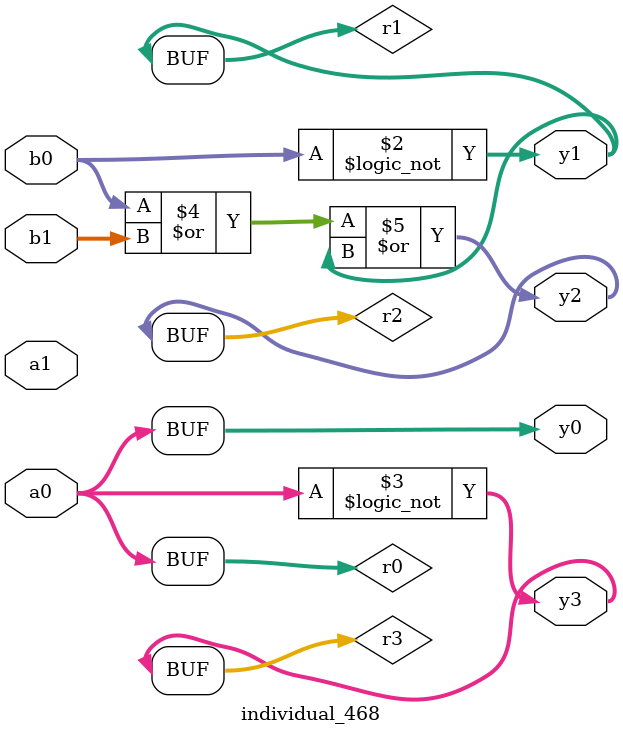
<source format=sv>
module individual_468(input logic [15:0] a1, input logic [15:0] a0, input logic [15:0] b1, input logic [15:0] b0, output logic [15:0] y3, output logic [15:0] y2, output logic [15:0] y1, output logic [15:0] y0);
logic [15:0] r0, r1, r2, r3; 
 always@(*) begin 
	 r0 = a0; r1 = a1; r2 = b0; r3 = b1; 
 	 r1 = ! r2 ;
 	 r3 = ! r0 ;
 	 r2  |=  b1 ;
 	 r2  |=  r1 ;
 	 y3 = r3; y2 = r2; y1 = r1; y0 = r0; 
end
endmodule
</source>
